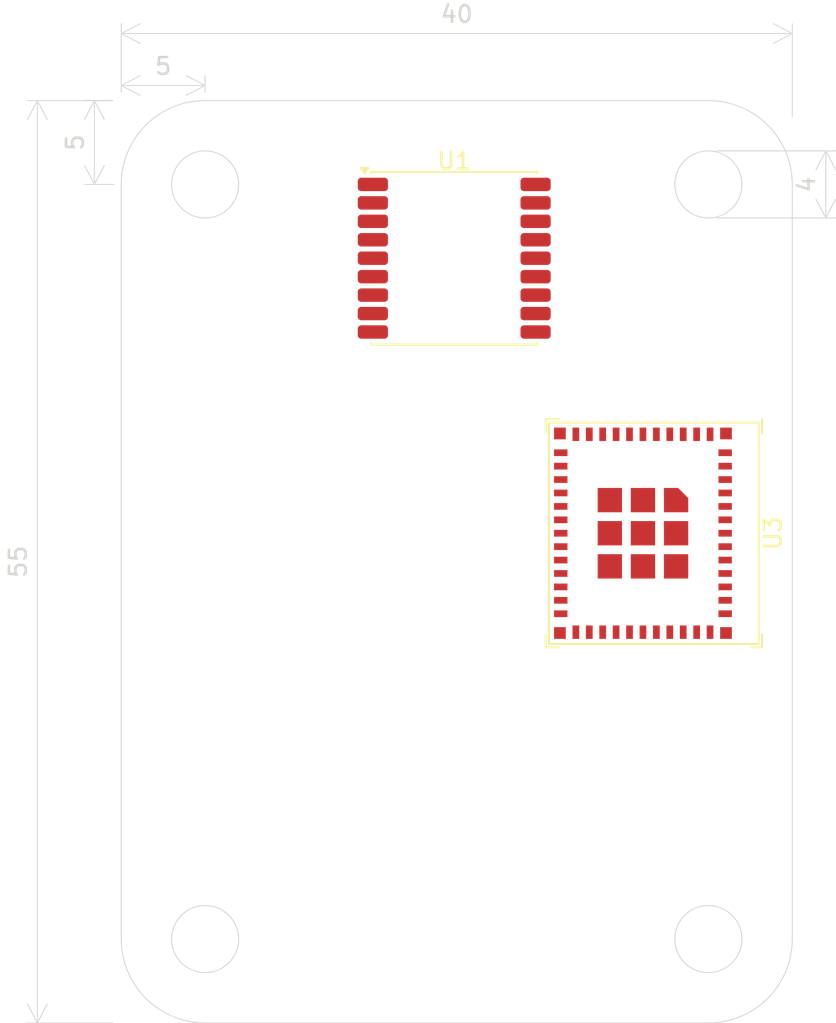
<source format=kicad_pcb>
(kicad_pcb (version 20241229) (generator "pcbnew") (generator_version "9.0")
  (layers (0 "F.Cu" signal) (4 "In1.Cu" signal) (6 "In2.Cu" signal) (2 "B.Cu" signal) (13 "F.Paste" user) (15 "B.Paste" user) (5 "F.SilkS" user "F.Silkscreen") (7 "B.SilkS" user "B.Silkscreen") (1 "F.Mask" user) (3 "B.Mask" user) (25 "Edge.Cuts" user))
  (net 0 "")
  (net 1 "GND")
  (net 2 "3v3_VCC")
  (net 4 "/EN")
  (net 5 "Net-(U3-GND-Pad1)")
  (net 7 "Net-(U1-VCC_REF)")
  (net 8 "VBAT_2032")
  (net 12 "Net-(J1-In)")
  (net 30 "Net-(U1-RESET)")
  (net 31 "/GPS Module/1PPS")
  (net 34 "/GPS_TX")
  (net 35 "/GPS_RX")
  (footprint "RF_GPS:Quectel_L76" (layer "F.Cu") (at 154.45 82.2)
    (property "Reference" "U1" (at 0 -5.8 0) (layer "F.SilkS"))
    (property "Value" "L76-M33")
    (fp_line (start -4.95 -5.07) (end -4.95 -5.15) (stroke (width 0.12)) (layer "F.SilkS"))
    (fp_line (start -4.95 5.07) (end -4.95 5.15) (stroke (width 0.12)) (layer "F.SilkS"))
    (fp_line (start -4.95 5.15) (end 4.95 5.15) (stroke (width 0.12)) (layer "F.SilkS"))
    (fp_line (start 4.95 -5.15) (end -4.95 -5.15) (stroke (width 0.12)) (layer "F.SilkS"))
    (fp_line (start 4.95 -5.07) (end 4.95 -5.15) (stroke (width 0.12)) (layer "F.SilkS"))
    (fp_line (start 4.95 5.07) (end 4.95 5.15) (stroke (width 0.12)) (layer "F.SilkS"))
    (fp_poly (pts (xy -5.34 -5.06) (xy -5.58 -5.39) (xy -5.1 -5.39) (xy -5.34 -5.06)) (stroke (width 0.12)) (fill yes) (layer "F.SilkS"))
    (pad "1" smd roundrect (at -4.85 -4.4) (size 1.8 0.8) (layers "F.Cu" "F.Mask" "F.Paste") (net 1 "GND"))
    (pad "2" smd roundrect (at -4.85 -3.3) (size 1.8 0.8) (layers "F.Cu" "F.Mask" "F.Paste") (net 34 "/GPS_TX"))
    (pad "3" smd roundrect (at -4.85 -2.2) (size 1.8 0.8) (layers "F.Cu" "F.Mask" "F.Paste") (net 35 "/GPS_RX"))
    (pad "4" smd roundrect (at -4.85 -1.1) (size 1.8 0.8) (layers "F.Cu" "F.Mask" "F.Paste") (net 31 "/GPS Module/1PPS"))
    (pad "5" smd roundrect (at -4.85 0) (size 1.8 0.8) (layers "F.Cu" "F.Mask" "F.Paste"))
    (pad "6" smd roundrect (at -4.85 1.1) (size 1.8 0.8) (layers "F.Cu" "F.Mask" "F.Paste") (net 8 "VBAT_2032"))
    (pad "7" smd roundrect (at -4.85 2.2) (size 1.8 0.8) (layers "F.Cu" "F.Mask" "F.Paste"))
    (pad "8" smd roundrect (at -4.85 3.3) (size 1.8 0.8) (layers "F.Cu" "F.Mask" "F.Paste") (net 2 "3v3_VCC"))
    (pad "9" smd roundrect (at -4.85 4.4) (size 1.8 0.8) (layers "F.Cu" "F.Mask" "F.Paste") (net 30 "Net-(U1-RESET)"))
    (pad "10" smd roundrect (at 4.85 4.4) (size 1.8 0.8) (layers "F.Cu" "F.Mask" "F.Paste") (net 1 "GND"))
    (pad "11" smd roundrect (at 4.85 3.3) (size 1.8 0.8) (layers "F.Cu" "F.Mask" "F.Paste") (net 12 "Net-(J1-In)"))
    (pad "12" smd roundrect (at 4.85 2.2) (size 1.8 0.8) (layers "F.Cu" "F.Mask" "F.Paste") (net 1 "GND"))
    (pad "13" smd roundrect (at 4.85 1.1) (size 1.8 0.8) (layers "F.Cu" "F.Mask" "F.Paste"))
    (pad "14" smd roundrect (at 4.85 0) (size 1.8 0.8) (layers "F.Cu" "F.Mask" "F.Paste") (net 7 "Net-(U1-VCC_REF)"))
    (pad "15" smd roundrect (at 4.85 -1.1) (size 1.8 0.8) (layers "F.Cu" "F.Mask" "F.Paste"))
    (pad "16" smd roundrect (at 4.85 -2.2) (size 1.8 0.8) (layers "F.Cu" "F.Mask" "F.Paste"))
    (pad "17" smd roundrect (at 4.85 -3.3) (size 1.8 0.8) (layers "F.Cu" "F.Mask" "F.Paste"))
    (pad "18" smd roundrect (at 4.85 -4.4) (size 1.8 0.8) (layers "F.Cu" "F.Mask" "F.Paste"))
  )
  (footprint "Espressif:ESP32-C3-MINI-1U" (layer "F.Cu") (at 166.4 98.6 -90)
    (property "Reference" "U3" (at 0 -7.05 90) (layer "F.SilkS"))
    (property "Value" "ESP32-C3-MINI-1")
    (fp_line (start -6.8 6.5) (end -6 6.5) (stroke (width 0.12)) (layer "F.SilkS"))
    (fp_line (start 6.8 6.5) (end 6 6.5) (stroke (width 0.12)) (layer "F.SilkS"))
    (fp_line (start -6.6 6.3) (end -6.6 -6.2) (stroke (width 0.12)) (layer "F.SilkS"))
    (fp_line (start 6.6 6.3) (end -6.6 6.3) (stroke (width 0.12)) (layer "F.SilkS"))
    (fp_line (start -6.8 5.7) (end -6.8 6.5) (stroke (width 0.12)) (layer "F.SilkS"))
    (fp_line (start 6.8 5.7) (end 6.8 6.5) (stroke (width 0.12)) (layer "F.SilkS"))
    (fp_line (start -6.6 -6.2) (end 6.6 -6.2) (stroke (width 0.12)) (layer "F.SilkS"))
    (fp_line (start 6.6 -6.2) (end 6.6 6.3) (stroke (width 0.12)) (layer "F.SilkS"))
    (fp_line (start -5.925 -6.4) (end -6.775 -6.4) (stroke (width 0.12)) (layer "F.SilkS"))
    (fp_line (start 6.05 -6.4) (end 6.8 -6.4) (stroke (width 0.12)) (layer "F.SilkS"))
    (fp_line (start 6.8 -6.4) (end 6.8 -5.75) (stroke (width 0.12)) (layer "F.SilkS"))
    (pad "1" smd rect (at -5.9 -3.3) (size 0.4 0.8) (layers "F.Cu" "F.Mask" "F.Paste") (net 5 "Net-(U3-GND-Pad1)"))
    (pad "2" smd rect (at -5.9 -2.5) (size 0.4 0.8) (layers "F.Cu" "F.Mask" "F.Paste") (net 5 "Net-(U3-GND-Pad1)"))
    (pad "3" smd rect (at -5.9 -1.7) (size 0.4 0.8) (layers "F.Cu" "F.Mask" "F.Paste") (net 2 "3v3_VCC"))
    (pad "4" smd rect (at -5.9 -0.9) (size 0.4 0.8) (layers "F.Cu" "F.Mask" "F.Paste"))
    (pad "5" smd rect (at -5.9 -0.1) (size 0.4 0.8) (layers "F.Cu" "F.Mask" "F.Paste"))
    (pad "6" smd rect (at -5.9 0.7) (size 0.4 0.8) (layers "F.Cu" "F.Mask" "F.Paste"))
    (pad "7" smd rect (at -5.9 1.5) (size 0.4 0.8) (layers "F.Cu" "F.Mask" "F.Paste"))
    (pad "8" smd rect (at -5.9 2.3) (size 0.4 0.8) (layers "F.Cu" "F.Mask" "F.Paste") (net 4 "/EN"))
    (pad "9" smd rect (at -5.9 3.1) (size 0.4 0.8) (layers "F.Cu" "F.Mask" "F.Paste"))
    (pad "10" smd rect (at -5.9 3.9) (size 0.4 0.8) (layers "F.Cu" "F.Mask" "F.Paste"))
    (pad "11" smd rect (at -5.9 4.7) (size 0.4 0.8) (layers "F.Cu" "F.Mask" "F.Paste") (net 5 "Net-(U3-GND-Pad1)"))
    (pad "12" smd rect (at -4.8 5.6 270) (size 0.4 0.8) (layers "F.Cu" "F.Mask" "F.Paste"))
    (pad "13" smd rect (at -4 5.6 270) (size 0.4 0.8) (layers "F.Cu" "F.Mask" "F.Paste"))
    (pad "14" smd rect (at -3.2 5.6 270) (size 0.4 0.8) (layers "F.Cu" "F.Mask" "F.Paste") (net 5 "Net-(U3-GND-Pad1)"))
    (pad "15" smd rect (at -2.4 5.6 270) (size 0.4 0.8) (layers "F.Cu" "F.Mask" "F.Paste"))
    (pad "16" smd rect (at -1.6 5.6 270) (size 0.4 0.8) (layers "F.Cu" "F.Mask" "F.Paste"))
    (pad "17" smd rect (at -0.8 5.6 270) (size 0.4 0.8) (layers "F.Cu" "F.Mask" "F.Paste"))
    (pad "18" smd rect (at 0 5.6 270) (size 0.4 0.8) (layers "F.Cu" "F.Mask" "F.Paste"))
    (pad "19" smd rect (at 0.8 5.6 270) (size 0.4 0.8) (layers "F.Cu" "F.Mask" "F.Paste"))
    (pad "20" smd rect (at 1.6 5.6 270) (size 0.4 0.8) (layers "F.Cu" "F.Mask" "F.Paste"))
    (pad "21" smd rect (at 2.4 5.6 270) (size 0.4 0.8) (layers "F.Cu" "F.Mask" "F.Paste"))
    (pad "22" smd rect (at 3.2 5.6 270) (size 0.4 0.8) (layers "F.Cu" "F.Mask" "F.Paste"))
    (pad "23" smd rect (at 4 5.6 270) (size 0.4 0.8) (layers "F.Cu" "F.Mask" "F.Paste"))
    (pad "24" smd rect (at 4.8 5.6 270) (size 0.4 0.8) (layers "F.Cu" "F.Mask" "F.Paste"))
    (pad "25" smd rect (at 5.9 4.7) (size 0.4 0.8) (layers "F.Cu" "F.Mask" "F.Paste"))
    (pad "26" smd rect (at 5.9 3.9) (size 0.4 0.8) (layers "F.Cu" "F.Mask" "F.Paste"))
    (pad "27" smd rect (at 5.9 3.1) (size 0.4 0.8) (layers "F.Cu" "F.Mask" "F.Paste"))
    (pad "28" smd rect (at 5.9 2.3) (size 0.4 0.8) (layers "F.Cu" "F.Mask" "F.Paste"))
    (pad "29" smd rect (at 5.9 1.5) (size 0.4 0.8) (layers "F.Cu" "F.Mask" "F.Paste"))
    (pad "30" smd rect (at 5.9 0.7) (size 0.4 0.8) (layers "F.Cu" "F.Mask" "F.Paste"))
    (pad "31" smd rect (at 5.9 -0.1) (size 0.4 0.8) (layers "F.Cu" "F.Mask" "F.Paste"))
    (pad "32" smd rect (at 5.9 -0.9) (size 0.4 0.8) (layers "F.Cu" "F.Mask" "F.Paste"))
    (pad "33" smd rect (at 5.9 -1.7) (size 0.4 0.8) (layers "F.Cu" "F.Mask" "F.Paste"))
    (pad "34" smd rect (at 5.9 -2.5) (size 0.4 0.8) (layers "F.Cu" "F.Mask" "F.Paste"))
    (pad "35" smd rect (at 5.9 -3.3) (size 0.4 0.8) (layers "F.Cu" "F.Mask" "F.Paste"))
    (pad "36" smd rect (at 4.8 -4.2 270) (size 0.4 0.8) (layers "F.Cu" "F.Mask" "F.Paste") (net 5 "Net-(U3-GND-Pad1)"))
    (pad "37" smd rect (at 4 -4.2 270) (size 0.4 0.8) (layers "F.Cu" "F.Mask" "F.Paste") (net 5 "Net-(U3-GND-Pad1)"))
    (pad "38" smd rect (at 3.2 -4.2 270) (size 0.4 0.8) (layers "F.Cu" "F.Mask" "F.Paste") (net 5 "Net-(U3-GND-Pad1)"))
    (pad "39" smd rect (at 2.4 -4.2 270) (size 0.4 0.8) (layers "F.Cu" "F.Mask" "F.Paste") (net 5 "Net-(U3-GND-Pad1)"))
    (pad "40" smd rect (at 1.6 -4.2 270) (size 0.4 0.8) (layers "F.Cu" "F.Mask" "F.Paste") (net 5 "Net-(U3-GND-Pad1)"))
    (pad "41" smd rect (at 0.8 -4.2 270) (size 0.4 0.8) (layers "F.Cu" "F.Mask" "F.Paste") (net 5 "Net-(U3-GND-Pad1)"))
    (pad "42" smd rect (at 0 -4.2 270) (size 0.4 0.8) (layers "F.Cu" "F.Mask" "F.Paste") (net 5 "Net-(U3-GND-Pad1)"))
    (pad "43" smd rect (at -0.8 -4.2 270) (size 0.4 0.8) (layers "F.Cu" "F.Mask" "F.Paste") (net 5 "Net-(U3-GND-Pad1)"))
    (pad "44" smd rect (at -1.6 -4.2 270) (size 0.4 0.8) (layers "F.Cu" "F.Mask" "F.Paste") (net 5 "Net-(U3-GND-Pad1)"))
    (pad "45" smd rect (at -2.4 -4.2 270) (size 0.4 0.8) (layers "F.Cu" "F.Mask" "F.Paste") (net 5 "Net-(U3-GND-Pad1)"))
    (pad "46" smd rect (at -3.2 -4.2 270) (size 0.4 0.8) (layers "F.Cu" "F.Mask" "F.Paste") (net 5 "Net-(U3-GND-Pad1)"))
    (pad "47" smd rect (at -4 -4.2 270) (size 0.4 0.8) (layers "F.Cu" "F.Mask" "F.Paste") (net 5 "Net-(U3-GND-Pad1)"))
    (pad "48" smd rect (at -4.8 -4.2 270) (size 0.4 0.8) (layers "F.Cu" "F.Mask" "F.Paste") (net 5 "Net-(U3-GND-Pad1)"))
    (pad "49" smd custom (at -1.975 -1.275 270) (size 0.8 0.8) (layers "F.Cu" "F.Mask" "F.Paste") (net 5 "Net-(U3-GND-Pad1)") (options (clearance outline) (anchor rect)) (primitives (gr_poly (pts (xy 0.725 0.725) (xy -0.725 0.725) (xy -0.725 -0.125) (xy -0.125 -0.725) (xy 0.725 -0.725)) (width 0) (fill yes))))
    (pad "49" smd rect (at -1.975 0.7) (size 1.45 1.45) (layers "F.Cu" "F.Mask" "F.Paste") (net 5 "Net-(U3-GND-Pad1)"))
    (pad "49" smd rect (at -1.975 2.675) (size 1.45 1.45) (layers "F.Cu" "F.Mask" "F.Paste") (net 5 "Net-(U3-GND-Pad1)"))
    (pad "49" smd rect (at 0 -1.275) (size 1.45 1.45) (layers "F.Cu" "F.Mask" "F.Paste") (net 5 "Net-(U3-GND-Pad1)"))
    (pad "49" smd rect (at 0 0.7) (size 1.45 1.45) (layers "F.Cu" "F.Mask" "F.Paste") (net 5 "Net-(U3-GND-Pad1)"))
    (pad "49" smd rect (at 0 2.675) (size 1.45 1.45) (layers "F.Cu" "F.Mask" "F.Paste") (net 5 "Net-(U3-GND-Pad1)"))
    (pad "49" smd rect (at 1.975 -1.275) (size 1.45 1.45) (layers "F.Cu" "F.Mask" "F.Paste") (net 5 "Net-(U3-GND-Pad1)"))
    (pad "49" smd rect (at 1.975 0.7) (size 1.45 1.45) (layers "F.Cu" "F.Mask" "F.Paste") (net 5 "Net-(U3-GND-Pad1)"))
    (pad "49" smd rect (at 1.975 2.675) (size 1.45 1.45) (layers "F.Cu" "F.Mask" "F.Paste") (net 5 "Net-(U3-GND-Pad1)"))
    (pad "50" smd rect (at 5.95 -4.25) (size 0.7 0.7) (layers "F.Cu" "F.Mask" "F.Paste") (net 5 "Net-(U3-GND-Pad1)"))
    (pad "51" smd rect (at 5.95 5.65) (size 0.7 0.7) (layers "F.Cu" "F.Mask" "F.Paste") (net 5 "Net-(U3-GND-Pad1)"))
    (pad "52" smd rect (at -5.95 5.65) (size 0.7 0.7) (layers "F.Cu" "F.Mask" "F.Paste") (net 5 "Net-(U3-GND-Pad1)"))
    (pad "53" smd rect (at -5.95 -4.25) (size 0.7 0.7) (layers "F.Cu" "F.Mask" "F.Paste") (net 5 "Net-(U3-GND-Pad1)"))
  )
  (gr_circle (center 169.6 122.8) (end 169.6 120.8) (stroke (width 0.05)) (fill no) (layer "Edge.Cuts"))
  (gr_line (start 169.6 72.8) (end 139.6 72.8) (stroke (width 0.05)) (layer "Edge.Cuts"))
  (gr_circle (center 169.6 77.8) (end 169.6 75.8) (stroke (width 0.05)) (fill no) (layer "Edge.Cuts"))
  (gr_line (start 134.6 77.8) (end 134.6 122.8) (stroke (width 0.05)) (layer "Edge.Cuts"))
  (gr_arc (start 174.6 122.8) (mid 173.135534 126.335534) (end 169.6 127.8) (stroke (width 0.05)) (layer "Edge.Cuts"))
  (gr_arc (start 169.6 72.8) (mid 173.135534 74.264466) (end 174.6 77.8) (stroke (width 0.05)) (layer "Edge.Cuts"))
  (gr_arc (start 139.6 127.8) (mid 136.064466 126.335534) (end 134.6 122.8) (stroke (width 0.05)) (layer "Edge.Cuts"))
  (gr_arc (start 134.6 77.8) (mid 136.064466 74.264466) (end 139.6 72.8) (stroke (width 0.05)) (layer "Edge.Cuts"))
  (gr_line (start 174.6 122.8) (end 174.6 77.8) (stroke (width 0.05)) (layer "Edge.Cuts"))
  (gr_circle (center 139.6 122.8) (end 139.6 120.8) (stroke (width 0.05)) (fill no) (layer "Edge.Cuts"))
  (gr_line (start 139.6 127.8) (end 169.6 127.8) (stroke (width 0.05)) (layer "Edge.Cuts"))
  (gr_circle (center 139.6 77.8) (end 137.6 77.8) (stroke (width 0.05)) (fill no) (layer "Edge.Cuts"))
  (dimension (type aligned) (layer "Edge.Cuts") (pts (xy 169.6 75.8) (xy 169.6 79.8)) (height -7) (format (prefix "") (suffix "") (units 3) (units_format 0) (precision 4) (suppress_zeroes yes)) (style (thickness 0.05) (arrow_length 1.27) (text_position_mode 0) (arrow_direction outward) (extension_height 0.58642) (extension_offset 0.5) (keep_text_aligned yes)) (gr_text "4" (at 175.45 77.8 90) (layer "Edge.Cuts") (effects (font (size 1 1) (thickness 0.15)))))
  (dimension (type orthogonal) (layer "Edge.Cuts") (pts (xy 134.6 72.8) (xy 134.7 77.8)) (height -1.6) (orientation 1) (format (prefix "") (suffix "") (units 3) (units_format 0) (precision 4) (suppress_zeroes yes)) (style (thickness 0.05) (arrow_length 1.27) (text_position_mode 0) (arrow_direction outward) (extension_height 0.58642) (extension_offset 0.5) (keep_text_aligned yes)) (gr_text "5" (at 131.85 75.3 90) (layer "Edge.Cuts") (effects (font (size 1 1) (thickness 0.15)))))
  (dimension (type orthogonal) (layer "Edge.Cuts") (pts (xy 134.6 72.8) (xy 139.6 72.8)) (height -0.9) (orientation 0) (format (prefix "") (suffix "") (units 3) (units_format 0) (precision 4) (suppress_zeroes yes)) (style (thickness 0.05) (arrow_length 1.27) (text_position_mode 0) (arrow_direction outward) (extension_height 0.58642) (extension_offset 0.5) (keep_text_aligned yes)) (gr_text "5" (at 137.1 70.75 0) (layer "Edge.Cuts") (effects (font (size 1 1) (thickness 0.15)))))
  (dimension (type orthogonal) (layer "Edge.Cuts") (pts (xy 134.6 71.9) (xy 174.6 74.264466)) (height -3.1) (orientation 0) (format (prefix "") (suffix "") (units 3) (units_format 0) (precision 4) (suppress_zeroes yes)) (style (thickness 0.05) (arrow_length 1.27) (text_position_mode 0) (arrow_direction outward) (extension_height 0.58642) (extension_offset 0.5) (keep_text_aligned yes)) (gr_text "40" (at 154.6 67.65 0) (layer "Edge.Cuts") (effects (font (size 1 1) (thickness 0.15)))))
  (dimension (type orthogonal) (layer "Edge.Cuts") (pts (xy 134.6 127.8) (xy 134.6 72.8)) (height -5) (orientation 1) (format (prefix "") (suffix "") (units 3) (units_format 0) (precision 4) (suppress_zeroes yes)) (style (thickness 0.05) (arrow_length 1.27) (text_position_mode 0) (arrow_direction outward) (extension_height 0.58642) (extension_offset 0.5) (keep_text_aligned yes)) (gr_text "55" (at 128.45 100.3 90) (layer "Edge.Cuts") (effects (font (size 1 1) (thickness 0.15)))))
)
</source>
